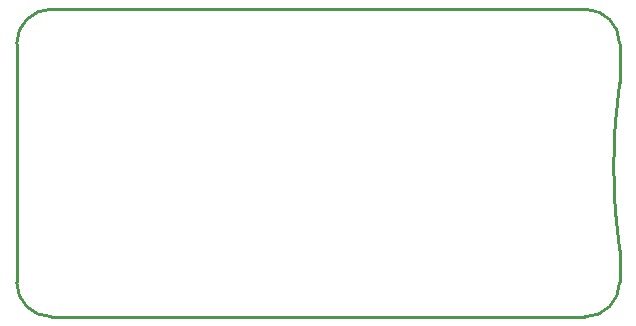
<source format=gko>
G04*
G04 #@! TF.GenerationSoftware,Altium Limited,Altium Designer,21.6.1 (37)*
G04*
G04 Layer_Color=16711935*
%FSLAX25Y25*%
%MOIN*%
G70*
G04*
G04 #@! TF.SameCoordinates,AC7CD038-FE90-4222-8F95-758E89F8CD36*
G04*
G04*
G04 #@! TF.FilePolarity,Positive*
G04*
G01*
G75*
%ADD10C,0.01000*%
D10*
X201000Y77900D02*
G03*
X201000Y22100I193603J-27900D01*
G01*
X0Y11500D02*
G03*
X11500Y0I11500J0D01*
G01*
Y102500D02*
G03*
X0Y91000I0J-11500D01*
G01*
X189500Y0D02*
G03*
X201000Y11500I0J11500D01*
G01*
Y91000D02*
G03*
X189500Y102500I-11500J0D01*
G01*
X201000Y77900D02*
Y91000D01*
Y11500D02*
Y22100D01*
X11500Y0D02*
X189500D01*
X0Y11500D02*
Y91000D01*
X11500Y102500D02*
X189500D01*
M02*

</source>
